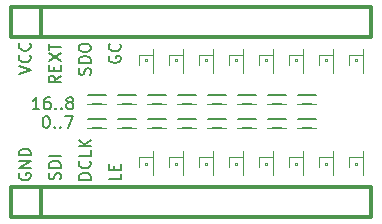
<source format=gto>
G04 (created by PCBNEW (2013-01-27 BZR 3925)-testing) date Tue 29 Jan 2013 05:43:06 PM CET*
%MOIN*%
G04 Gerber Fmt 3.4, Leading zero omitted, Abs format*
%FSLAX34Y34*%
G01*
G70*
G90*
G04 APERTURE LIST*
%ADD10C,2.3622e-06*%
%ADD11C,0.00787402*%
%ADD12C,0.012*%
%ADD13C,0.008*%
%ADD14C,0.0026*%
%ADD15C,0.004*%
%ADD16C,0.002*%
%ADD17R,0.06X0.06*%
%ADD18C,0.06*%
%ADD19R,0.0314X0.0314*%
%ADD20R,0.0472X0.0472*%
G04 APERTURE END LIST*
G54D10*
G54D11*
X55950Y-44909D02*
X55725Y-44909D01*
X55837Y-44909D02*
X55837Y-44515D01*
X55800Y-44571D01*
X55762Y-44609D01*
X55725Y-44628D01*
X56287Y-44515D02*
X56212Y-44515D01*
X56175Y-44534D01*
X56156Y-44553D01*
X56118Y-44609D01*
X56100Y-44684D01*
X56100Y-44834D01*
X56118Y-44871D01*
X56137Y-44890D01*
X56175Y-44909D01*
X56250Y-44909D01*
X56287Y-44890D01*
X56306Y-44871D01*
X56325Y-44834D01*
X56325Y-44740D01*
X56306Y-44703D01*
X56287Y-44684D01*
X56250Y-44665D01*
X56175Y-44665D01*
X56137Y-44684D01*
X56118Y-44703D01*
X56100Y-44740D01*
X56493Y-44871D02*
X56512Y-44890D01*
X56493Y-44909D01*
X56474Y-44890D01*
X56493Y-44871D01*
X56493Y-44909D01*
X56681Y-44871D02*
X56699Y-44890D01*
X56681Y-44909D01*
X56662Y-44890D01*
X56681Y-44871D01*
X56681Y-44909D01*
X56924Y-44684D02*
X56887Y-44665D01*
X56868Y-44646D01*
X56849Y-44609D01*
X56849Y-44590D01*
X56868Y-44553D01*
X56887Y-44534D01*
X56924Y-44515D01*
X56999Y-44515D01*
X57037Y-44534D01*
X57056Y-44553D01*
X57074Y-44590D01*
X57074Y-44609D01*
X57056Y-44646D01*
X57037Y-44665D01*
X56999Y-44684D01*
X56924Y-44684D01*
X56887Y-44703D01*
X56868Y-44721D01*
X56849Y-44759D01*
X56849Y-44834D01*
X56868Y-44871D01*
X56887Y-44890D01*
X56924Y-44909D01*
X56999Y-44909D01*
X57037Y-44890D01*
X57056Y-44871D01*
X57074Y-44834D01*
X57074Y-44759D01*
X57056Y-44721D01*
X57037Y-44703D01*
X56999Y-44684D01*
X56156Y-45145D02*
X56193Y-45145D01*
X56231Y-45164D01*
X56250Y-45183D01*
X56268Y-45220D01*
X56287Y-45295D01*
X56287Y-45389D01*
X56268Y-45464D01*
X56250Y-45501D01*
X56231Y-45520D01*
X56193Y-45539D01*
X56156Y-45539D01*
X56118Y-45520D01*
X56100Y-45501D01*
X56081Y-45464D01*
X56062Y-45389D01*
X56062Y-45295D01*
X56081Y-45220D01*
X56100Y-45183D01*
X56118Y-45164D01*
X56156Y-45145D01*
X56456Y-45501D02*
X56474Y-45520D01*
X56456Y-45539D01*
X56437Y-45520D01*
X56456Y-45501D01*
X56456Y-45539D01*
X56643Y-45501D02*
X56662Y-45520D01*
X56643Y-45539D01*
X56624Y-45520D01*
X56643Y-45501D01*
X56643Y-45539D01*
X56793Y-45145D02*
X57056Y-45145D01*
X56887Y-45539D01*
X58284Y-43143D02*
X58265Y-43181D01*
X58265Y-43237D01*
X58284Y-43293D01*
X58321Y-43331D01*
X58359Y-43349D01*
X58434Y-43368D01*
X58490Y-43368D01*
X58565Y-43349D01*
X58603Y-43331D01*
X58640Y-43293D01*
X58659Y-43237D01*
X58659Y-43199D01*
X58640Y-43143D01*
X58621Y-43124D01*
X58490Y-43124D01*
X58490Y-43199D01*
X58621Y-42731D02*
X58640Y-42750D01*
X58659Y-42806D01*
X58659Y-42843D01*
X58640Y-42900D01*
X58603Y-42937D01*
X58565Y-42956D01*
X58490Y-42975D01*
X58434Y-42975D01*
X58359Y-42956D01*
X58321Y-42937D01*
X58284Y-42900D01*
X58265Y-42843D01*
X58265Y-42806D01*
X58284Y-42750D01*
X58303Y-42731D01*
X57640Y-43765D02*
X57659Y-43709D01*
X57659Y-43615D01*
X57640Y-43578D01*
X57621Y-43559D01*
X57584Y-43540D01*
X57546Y-43540D01*
X57509Y-43559D01*
X57490Y-43578D01*
X57471Y-43615D01*
X57453Y-43690D01*
X57434Y-43728D01*
X57415Y-43746D01*
X57378Y-43765D01*
X57340Y-43765D01*
X57303Y-43746D01*
X57284Y-43728D01*
X57265Y-43690D01*
X57265Y-43596D01*
X57284Y-43540D01*
X57659Y-43371D02*
X57265Y-43371D01*
X57265Y-43278D01*
X57284Y-43221D01*
X57321Y-43184D01*
X57359Y-43165D01*
X57434Y-43146D01*
X57490Y-43146D01*
X57565Y-43165D01*
X57603Y-43184D01*
X57640Y-43221D01*
X57659Y-43278D01*
X57659Y-43371D01*
X57265Y-42903D02*
X57265Y-42828D01*
X57284Y-42790D01*
X57321Y-42753D01*
X57396Y-42734D01*
X57528Y-42734D01*
X57603Y-42753D01*
X57640Y-42790D01*
X57659Y-42828D01*
X57659Y-42903D01*
X57640Y-42940D01*
X57603Y-42978D01*
X57528Y-42996D01*
X57396Y-42996D01*
X57321Y-42978D01*
X57284Y-42940D01*
X57265Y-42903D01*
X56659Y-43793D02*
X56471Y-43924D01*
X56659Y-44018D02*
X56265Y-44018D01*
X56265Y-43868D01*
X56284Y-43831D01*
X56303Y-43812D01*
X56340Y-43793D01*
X56396Y-43793D01*
X56434Y-43812D01*
X56453Y-43831D01*
X56471Y-43868D01*
X56471Y-44018D01*
X56453Y-43624D02*
X56453Y-43493D01*
X56659Y-43437D02*
X56659Y-43624D01*
X56265Y-43624D01*
X56265Y-43437D01*
X56265Y-43306D02*
X56659Y-43043D01*
X56265Y-43043D02*
X56659Y-43306D01*
X56265Y-42950D02*
X56265Y-42725D01*
X56659Y-42837D02*
X56265Y-42837D01*
X58659Y-47056D02*
X58659Y-47243D01*
X58265Y-47243D01*
X58453Y-46925D02*
X58453Y-46793D01*
X58659Y-46737D02*
X58659Y-46925D01*
X58265Y-46925D01*
X58265Y-46737D01*
X57659Y-47256D02*
X57265Y-47256D01*
X57265Y-47162D01*
X57284Y-47106D01*
X57321Y-47068D01*
X57359Y-47049D01*
X57434Y-47031D01*
X57490Y-47031D01*
X57565Y-47049D01*
X57603Y-47068D01*
X57640Y-47106D01*
X57659Y-47162D01*
X57659Y-47256D01*
X57621Y-46637D02*
X57640Y-46656D01*
X57659Y-46712D01*
X57659Y-46749D01*
X57640Y-46806D01*
X57603Y-46843D01*
X57565Y-46862D01*
X57490Y-46881D01*
X57434Y-46881D01*
X57359Y-46862D01*
X57321Y-46843D01*
X57284Y-46806D01*
X57265Y-46749D01*
X57265Y-46712D01*
X57284Y-46656D01*
X57303Y-46637D01*
X57659Y-46281D02*
X57659Y-46468D01*
X57265Y-46468D01*
X57659Y-46150D02*
X57265Y-46150D01*
X57659Y-45925D02*
X57434Y-46093D01*
X57265Y-45925D02*
X57490Y-46150D01*
X56640Y-47253D02*
X56659Y-47196D01*
X56659Y-47103D01*
X56640Y-47065D01*
X56621Y-47046D01*
X56584Y-47028D01*
X56546Y-47028D01*
X56509Y-47046D01*
X56490Y-47065D01*
X56471Y-47103D01*
X56453Y-47178D01*
X56434Y-47215D01*
X56415Y-47234D01*
X56378Y-47253D01*
X56340Y-47253D01*
X56303Y-47234D01*
X56284Y-47215D01*
X56265Y-47178D01*
X56265Y-47084D01*
X56284Y-47028D01*
X56659Y-46859D02*
X56265Y-46859D01*
X56265Y-46765D01*
X56284Y-46709D01*
X56321Y-46671D01*
X56359Y-46653D01*
X56434Y-46634D01*
X56490Y-46634D01*
X56565Y-46653D01*
X56603Y-46671D01*
X56640Y-46709D01*
X56659Y-46765D01*
X56659Y-46859D01*
X56659Y-46465D02*
X56265Y-46465D01*
X55284Y-47049D02*
X55265Y-47087D01*
X55265Y-47143D01*
X55284Y-47199D01*
X55321Y-47237D01*
X55359Y-47256D01*
X55434Y-47274D01*
X55490Y-47274D01*
X55565Y-47256D01*
X55603Y-47237D01*
X55640Y-47199D01*
X55659Y-47143D01*
X55659Y-47106D01*
X55640Y-47049D01*
X55621Y-47031D01*
X55490Y-47031D01*
X55490Y-47106D01*
X55659Y-46862D02*
X55265Y-46862D01*
X55659Y-46637D01*
X55265Y-46637D01*
X55659Y-46450D02*
X55265Y-46450D01*
X55265Y-46356D01*
X55284Y-46300D01*
X55321Y-46262D01*
X55359Y-46243D01*
X55434Y-46225D01*
X55490Y-46225D01*
X55565Y-46243D01*
X55603Y-46262D01*
X55640Y-46300D01*
X55659Y-46356D01*
X55659Y-46450D01*
X55265Y-43724D02*
X55659Y-43593D01*
X55265Y-43462D01*
X55621Y-43106D02*
X55640Y-43125D01*
X55659Y-43181D01*
X55659Y-43218D01*
X55640Y-43274D01*
X55603Y-43312D01*
X55565Y-43331D01*
X55490Y-43349D01*
X55434Y-43349D01*
X55359Y-43331D01*
X55321Y-43312D01*
X55284Y-43274D01*
X55265Y-43218D01*
X55265Y-43181D01*
X55284Y-43125D01*
X55303Y-43106D01*
X55621Y-42712D02*
X55640Y-42731D01*
X55659Y-42787D01*
X55659Y-42825D01*
X55640Y-42881D01*
X55603Y-42918D01*
X55565Y-42937D01*
X55490Y-42956D01*
X55434Y-42956D01*
X55359Y-42937D01*
X55321Y-42918D01*
X55284Y-42881D01*
X55265Y-42825D01*
X55265Y-42787D01*
X55284Y-42731D01*
X55303Y-42712D01*
G54D12*
X55000Y-48500D02*
X55000Y-48500D01*
X55000Y-48500D02*
X55000Y-47500D01*
X55000Y-47500D02*
X65000Y-47500D01*
X65000Y-48500D02*
X55000Y-48500D01*
X56000Y-48500D02*
X56000Y-47500D01*
X65000Y-47500D02*
X66750Y-47500D01*
X66750Y-47500D02*
X67000Y-47500D01*
X67000Y-47500D02*
X67000Y-48500D01*
X67000Y-48500D02*
X65000Y-48500D01*
X55000Y-42500D02*
X55000Y-42500D01*
X55000Y-42500D02*
X55000Y-41500D01*
X55000Y-41500D02*
X65000Y-41500D01*
X65000Y-42500D02*
X55000Y-42500D01*
X56000Y-42500D02*
X56000Y-41500D01*
X65000Y-41500D02*
X66750Y-41500D01*
X66750Y-41500D02*
X67000Y-41500D01*
X67000Y-41500D02*
X67000Y-42500D01*
X67000Y-42500D02*
X65000Y-42500D01*
G54D13*
X57561Y-45250D02*
X58161Y-45250D01*
X58161Y-45250D02*
X58161Y-45550D01*
X58161Y-45550D02*
X57561Y-45550D01*
X57561Y-45550D02*
X57561Y-45250D01*
X57561Y-44450D02*
X58161Y-44450D01*
X58161Y-44450D02*
X58161Y-44750D01*
X58161Y-44750D02*
X57561Y-44750D01*
X57561Y-44750D02*
X57561Y-44450D01*
X58561Y-44450D02*
X59161Y-44450D01*
X59161Y-44450D02*
X59161Y-44750D01*
X59161Y-44750D02*
X58561Y-44750D01*
X58561Y-44750D02*
X58561Y-44450D01*
X59561Y-44450D02*
X60161Y-44450D01*
X60161Y-44450D02*
X60161Y-44750D01*
X60161Y-44750D02*
X59561Y-44750D01*
X59561Y-44750D02*
X59561Y-44450D01*
X60561Y-44450D02*
X61161Y-44450D01*
X61161Y-44450D02*
X61161Y-44750D01*
X61161Y-44750D02*
X60561Y-44750D01*
X60561Y-44750D02*
X60561Y-44450D01*
X62561Y-44450D02*
X63161Y-44450D01*
X63161Y-44450D02*
X63161Y-44750D01*
X63161Y-44750D02*
X62561Y-44750D01*
X62561Y-44750D02*
X62561Y-44450D01*
X61561Y-44450D02*
X62161Y-44450D01*
X62161Y-44450D02*
X62161Y-44750D01*
X62161Y-44750D02*
X61561Y-44750D01*
X61561Y-44750D02*
X61561Y-44450D01*
X63561Y-44450D02*
X64161Y-44450D01*
X64161Y-44450D02*
X64161Y-44750D01*
X64161Y-44750D02*
X63561Y-44750D01*
X63561Y-44750D02*
X63561Y-44450D01*
X64561Y-44450D02*
X65161Y-44450D01*
X65161Y-44450D02*
X65161Y-44750D01*
X65161Y-44750D02*
X64561Y-44750D01*
X64561Y-44750D02*
X64561Y-44450D01*
X64561Y-45250D02*
X65161Y-45250D01*
X65161Y-45250D02*
X65161Y-45550D01*
X65161Y-45550D02*
X64561Y-45550D01*
X64561Y-45550D02*
X64561Y-45250D01*
X63561Y-45250D02*
X64161Y-45250D01*
X64161Y-45250D02*
X64161Y-45550D01*
X64161Y-45550D02*
X63561Y-45550D01*
X63561Y-45550D02*
X63561Y-45250D01*
X62561Y-45250D02*
X63161Y-45250D01*
X63161Y-45250D02*
X63161Y-45550D01*
X63161Y-45550D02*
X62561Y-45550D01*
X62561Y-45550D02*
X62561Y-45250D01*
X61561Y-45250D02*
X62161Y-45250D01*
X62161Y-45250D02*
X62161Y-45550D01*
X62161Y-45550D02*
X61561Y-45550D01*
X61561Y-45550D02*
X61561Y-45250D01*
X59561Y-45250D02*
X60161Y-45250D01*
X60161Y-45250D02*
X60161Y-45550D01*
X60161Y-45550D02*
X59561Y-45550D01*
X59561Y-45550D02*
X59561Y-45250D01*
X60561Y-45250D02*
X61161Y-45250D01*
X61161Y-45250D02*
X61161Y-45550D01*
X61161Y-45550D02*
X60561Y-45550D01*
X60561Y-45550D02*
X60561Y-45250D01*
X58561Y-45250D02*
X59161Y-45250D01*
X59161Y-45250D02*
X59161Y-45550D01*
X59161Y-45550D02*
X58561Y-45550D01*
X58561Y-45550D02*
X58561Y-45250D01*
G54D14*
X61618Y-43104D02*
X61746Y-43104D01*
X61746Y-43104D02*
X61746Y-42907D01*
X61618Y-42907D02*
X61746Y-42907D01*
X61618Y-43104D02*
X61618Y-42907D01*
X61373Y-43104D02*
X61432Y-43104D01*
X61432Y-43104D02*
X61432Y-43005D01*
X61373Y-43005D02*
X61432Y-43005D01*
X61373Y-43104D02*
X61373Y-43005D01*
X61568Y-43104D02*
X61627Y-43104D01*
X61627Y-43104D02*
X61627Y-43005D01*
X61568Y-43005D02*
X61627Y-43005D01*
X61568Y-43104D02*
X61568Y-43005D01*
X61422Y-43104D02*
X61578Y-43104D01*
X61578Y-43104D02*
X61578Y-43035D01*
X61422Y-43035D02*
X61578Y-43035D01*
X61422Y-43104D02*
X61422Y-43035D01*
X61618Y-43693D02*
X61746Y-43693D01*
X61746Y-43693D02*
X61746Y-43496D01*
X61618Y-43496D02*
X61746Y-43496D01*
X61618Y-43693D02*
X61618Y-43496D01*
X61254Y-43693D02*
X61382Y-43693D01*
X61382Y-43693D02*
X61382Y-43496D01*
X61254Y-43496D02*
X61382Y-43496D01*
X61254Y-43693D02*
X61254Y-43496D01*
X61568Y-43595D02*
X61627Y-43595D01*
X61627Y-43595D02*
X61627Y-43496D01*
X61568Y-43496D02*
X61627Y-43496D01*
X61568Y-43595D02*
X61568Y-43496D01*
X61373Y-43595D02*
X61432Y-43595D01*
X61432Y-43595D02*
X61432Y-43496D01*
X61373Y-43496D02*
X61432Y-43496D01*
X61373Y-43595D02*
X61373Y-43496D01*
X61422Y-43565D02*
X61578Y-43565D01*
X61578Y-43565D02*
X61578Y-43496D01*
X61422Y-43496D02*
X61578Y-43496D01*
X61422Y-43565D02*
X61422Y-43496D01*
X61461Y-43300D02*
X61539Y-43300D01*
X61539Y-43300D02*
X61539Y-43222D01*
X61461Y-43222D02*
X61539Y-43222D01*
X61461Y-43300D02*
X61461Y-43222D01*
X61264Y-43104D02*
X61382Y-43104D01*
X61382Y-43104D02*
X61382Y-42986D01*
X61264Y-42986D02*
X61382Y-42986D01*
X61264Y-43104D02*
X61264Y-42986D01*
X61254Y-42936D02*
X61343Y-42936D01*
X61343Y-42936D02*
X61343Y-42907D01*
X61254Y-42907D02*
X61343Y-42907D01*
X61254Y-42936D02*
X61254Y-42907D01*
G54D15*
X61726Y-43094D02*
X61726Y-43506D01*
X61274Y-43496D02*
X61274Y-42936D01*
G54D16*
X61351Y-42966D02*
G75*
G03X61351Y-42966I-28J0D01*
G74*
G01*
G54D15*
X61363Y-42907D02*
G75*
G03X61637Y-42907I137J0D01*
G74*
G01*
X61637Y-43693D02*
G75*
G03X61363Y-43693I-137J0D01*
G74*
G01*
G54D14*
X60382Y-46896D02*
X60254Y-46896D01*
X60254Y-46896D02*
X60254Y-47093D01*
X60382Y-47093D02*
X60254Y-47093D01*
X60382Y-46896D02*
X60382Y-47093D01*
X60627Y-46896D02*
X60568Y-46896D01*
X60568Y-46896D02*
X60568Y-46995D01*
X60627Y-46995D02*
X60568Y-46995D01*
X60627Y-46896D02*
X60627Y-46995D01*
X60432Y-46896D02*
X60373Y-46896D01*
X60373Y-46896D02*
X60373Y-46995D01*
X60432Y-46995D02*
X60373Y-46995D01*
X60432Y-46896D02*
X60432Y-46995D01*
X60578Y-46896D02*
X60422Y-46896D01*
X60422Y-46896D02*
X60422Y-46965D01*
X60578Y-46965D02*
X60422Y-46965D01*
X60578Y-46896D02*
X60578Y-46965D01*
X60382Y-46307D02*
X60254Y-46307D01*
X60254Y-46307D02*
X60254Y-46504D01*
X60382Y-46504D02*
X60254Y-46504D01*
X60382Y-46307D02*
X60382Y-46504D01*
X60746Y-46307D02*
X60618Y-46307D01*
X60618Y-46307D02*
X60618Y-46504D01*
X60746Y-46504D02*
X60618Y-46504D01*
X60746Y-46307D02*
X60746Y-46504D01*
X60432Y-46405D02*
X60373Y-46405D01*
X60373Y-46405D02*
X60373Y-46504D01*
X60432Y-46504D02*
X60373Y-46504D01*
X60432Y-46405D02*
X60432Y-46504D01*
X60627Y-46405D02*
X60568Y-46405D01*
X60568Y-46405D02*
X60568Y-46504D01*
X60627Y-46504D02*
X60568Y-46504D01*
X60627Y-46405D02*
X60627Y-46504D01*
X60578Y-46435D02*
X60422Y-46435D01*
X60422Y-46435D02*
X60422Y-46504D01*
X60578Y-46504D02*
X60422Y-46504D01*
X60578Y-46435D02*
X60578Y-46504D01*
X60539Y-46700D02*
X60461Y-46700D01*
X60461Y-46700D02*
X60461Y-46778D01*
X60539Y-46778D02*
X60461Y-46778D01*
X60539Y-46700D02*
X60539Y-46778D01*
X60736Y-46896D02*
X60618Y-46896D01*
X60618Y-46896D02*
X60618Y-47014D01*
X60736Y-47014D02*
X60618Y-47014D01*
X60736Y-46896D02*
X60736Y-47014D01*
X60746Y-47064D02*
X60657Y-47064D01*
X60657Y-47064D02*
X60657Y-47093D01*
X60746Y-47093D02*
X60657Y-47093D01*
X60746Y-47064D02*
X60746Y-47093D01*
G54D15*
X60274Y-46906D02*
X60274Y-46494D01*
X60726Y-46504D02*
X60726Y-47064D01*
G54D16*
X60705Y-47034D02*
G75*
G03X60705Y-47034I-28J0D01*
G74*
G01*
G54D15*
X60637Y-47093D02*
G75*
G03X60363Y-47093I-137J0D01*
G74*
G01*
X60363Y-46307D02*
G75*
G03X60637Y-46307I137J0D01*
G74*
G01*
G54D14*
X62618Y-43104D02*
X62746Y-43104D01*
X62746Y-43104D02*
X62746Y-42907D01*
X62618Y-42907D02*
X62746Y-42907D01*
X62618Y-43104D02*
X62618Y-42907D01*
X62373Y-43104D02*
X62432Y-43104D01*
X62432Y-43104D02*
X62432Y-43005D01*
X62373Y-43005D02*
X62432Y-43005D01*
X62373Y-43104D02*
X62373Y-43005D01*
X62568Y-43104D02*
X62627Y-43104D01*
X62627Y-43104D02*
X62627Y-43005D01*
X62568Y-43005D02*
X62627Y-43005D01*
X62568Y-43104D02*
X62568Y-43005D01*
X62422Y-43104D02*
X62578Y-43104D01*
X62578Y-43104D02*
X62578Y-43035D01*
X62422Y-43035D02*
X62578Y-43035D01*
X62422Y-43104D02*
X62422Y-43035D01*
X62618Y-43693D02*
X62746Y-43693D01*
X62746Y-43693D02*
X62746Y-43496D01*
X62618Y-43496D02*
X62746Y-43496D01*
X62618Y-43693D02*
X62618Y-43496D01*
X62254Y-43693D02*
X62382Y-43693D01*
X62382Y-43693D02*
X62382Y-43496D01*
X62254Y-43496D02*
X62382Y-43496D01*
X62254Y-43693D02*
X62254Y-43496D01*
X62568Y-43595D02*
X62627Y-43595D01*
X62627Y-43595D02*
X62627Y-43496D01*
X62568Y-43496D02*
X62627Y-43496D01*
X62568Y-43595D02*
X62568Y-43496D01*
X62373Y-43595D02*
X62432Y-43595D01*
X62432Y-43595D02*
X62432Y-43496D01*
X62373Y-43496D02*
X62432Y-43496D01*
X62373Y-43595D02*
X62373Y-43496D01*
X62422Y-43565D02*
X62578Y-43565D01*
X62578Y-43565D02*
X62578Y-43496D01*
X62422Y-43496D02*
X62578Y-43496D01*
X62422Y-43565D02*
X62422Y-43496D01*
X62461Y-43300D02*
X62539Y-43300D01*
X62539Y-43300D02*
X62539Y-43222D01*
X62461Y-43222D02*
X62539Y-43222D01*
X62461Y-43300D02*
X62461Y-43222D01*
X62264Y-43104D02*
X62382Y-43104D01*
X62382Y-43104D02*
X62382Y-42986D01*
X62264Y-42986D02*
X62382Y-42986D01*
X62264Y-43104D02*
X62264Y-42986D01*
X62254Y-42936D02*
X62343Y-42936D01*
X62343Y-42936D02*
X62343Y-42907D01*
X62254Y-42907D02*
X62343Y-42907D01*
X62254Y-42936D02*
X62254Y-42907D01*
G54D15*
X62726Y-43094D02*
X62726Y-43506D01*
X62274Y-43496D02*
X62274Y-42936D01*
G54D16*
X62351Y-42966D02*
G75*
G03X62351Y-42966I-28J0D01*
G74*
G01*
G54D15*
X62363Y-42907D02*
G75*
G03X62637Y-42907I137J0D01*
G74*
G01*
X62637Y-43693D02*
G75*
G03X62363Y-43693I-137J0D01*
G74*
G01*
G54D14*
X59618Y-43104D02*
X59746Y-43104D01*
X59746Y-43104D02*
X59746Y-42907D01*
X59618Y-42907D02*
X59746Y-42907D01*
X59618Y-43104D02*
X59618Y-42907D01*
X59373Y-43104D02*
X59432Y-43104D01*
X59432Y-43104D02*
X59432Y-43005D01*
X59373Y-43005D02*
X59432Y-43005D01*
X59373Y-43104D02*
X59373Y-43005D01*
X59568Y-43104D02*
X59627Y-43104D01*
X59627Y-43104D02*
X59627Y-43005D01*
X59568Y-43005D02*
X59627Y-43005D01*
X59568Y-43104D02*
X59568Y-43005D01*
X59422Y-43104D02*
X59578Y-43104D01*
X59578Y-43104D02*
X59578Y-43035D01*
X59422Y-43035D02*
X59578Y-43035D01*
X59422Y-43104D02*
X59422Y-43035D01*
X59618Y-43693D02*
X59746Y-43693D01*
X59746Y-43693D02*
X59746Y-43496D01*
X59618Y-43496D02*
X59746Y-43496D01*
X59618Y-43693D02*
X59618Y-43496D01*
X59254Y-43693D02*
X59382Y-43693D01*
X59382Y-43693D02*
X59382Y-43496D01*
X59254Y-43496D02*
X59382Y-43496D01*
X59254Y-43693D02*
X59254Y-43496D01*
X59568Y-43595D02*
X59627Y-43595D01*
X59627Y-43595D02*
X59627Y-43496D01*
X59568Y-43496D02*
X59627Y-43496D01*
X59568Y-43595D02*
X59568Y-43496D01*
X59373Y-43595D02*
X59432Y-43595D01*
X59432Y-43595D02*
X59432Y-43496D01*
X59373Y-43496D02*
X59432Y-43496D01*
X59373Y-43595D02*
X59373Y-43496D01*
X59422Y-43565D02*
X59578Y-43565D01*
X59578Y-43565D02*
X59578Y-43496D01*
X59422Y-43496D02*
X59578Y-43496D01*
X59422Y-43565D02*
X59422Y-43496D01*
X59461Y-43300D02*
X59539Y-43300D01*
X59539Y-43300D02*
X59539Y-43222D01*
X59461Y-43222D02*
X59539Y-43222D01*
X59461Y-43300D02*
X59461Y-43222D01*
X59264Y-43104D02*
X59382Y-43104D01*
X59382Y-43104D02*
X59382Y-42986D01*
X59264Y-42986D02*
X59382Y-42986D01*
X59264Y-43104D02*
X59264Y-42986D01*
X59254Y-42936D02*
X59343Y-42936D01*
X59343Y-42936D02*
X59343Y-42907D01*
X59254Y-42907D02*
X59343Y-42907D01*
X59254Y-42936D02*
X59254Y-42907D01*
G54D15*
X59726Y-43094D02*
X59726Y-43506D01*
X59274Y-43496D02*
X59274Y-42936D01*
G54D16*
X59351Y-42966D02*
G75*
G03X59351Y-42966I-28J0D01*
G74*
G01*
G54D15*
X59363Y-42907D02*
G75*
G03X59637Y-42907I137J0D01*
G74*
G01*
X59637Y-43693D02*
G75*
G03X59363Y-43693I-137J0D01*
G74*
G01*
G54D14*
X60618Y-43104D02*
X60746Y-43104D01*
X60746Y-43104D02*
X60746Y-42907D01*
X60618Y-42907D02*
X60746Y-42907D01*
X60618Y-43104D02*
X60618Y-42907D01*
X60373Y-43104D02*
X60432Y-43104D01*
X60432Y-43104D02*
X60432Y-43005D01*
X60373Y-43005D02*
X60432Y-43005D01*
X60373Y-43104D02*
X60373Y-43005D01*
X60568Y-43104D02*
X60627Y-43104D01*
X60627Y-43104D02*
X60627Y-43005D01*
X60568Y-43005D02*
X60627Y-43005D01*
X60568Y-43104D02*
X60568Y-43005D01*
X60422Y-43104D02*
X60578Y-43104D01*
X60578Y-43104D02*
X60578Y-43035D01*
X60422Y-43035D02*
X60578Y-43035D01*
X60422Y-43104D02*
X60422Y-43035D01*
X60618Y-43693D02*
X60746Y-43693D01*
X60746Y-43693D02*
X60746Y-43496D01*
X60618Y-43496D02*
X60746Y-43496D01*
X60618Y-43693D02*
X60618Y-43496D01*
X60254Y-43693D02*
X60382Y-43693D01*
X60382Y-43693D02*
X60382Y-43496D01*
X60254Y-43496D02*
X60382Y-43496D01*
X60254Y-43693D02*
X60254Y-43496D01*
X60568Y-43595D02*
X60627Y-43595D01*
X60627Y-43595D02*
X60627Y-43496D01*
X60568Y-43496D02*
X60627Y-43496D01*
X60568Y-43595D02*
X60568Y-43496D01*
X60373Y-43595D02*
X60432Y-43595D01*
X60432Y-43595D02*
X60432Y-43496D01*
X60373Y-43496D02*
X60432Y-43496D01*
X60373Y-43595D02*
X60373Y-43496D01*
X60422Y-43565D02*
X60578Y-43565D01*
X60578Y-43565D02*
X60578Y-43496D01*
X60422Y-43496D02*
X60578Y-43496D01*
X60422Y-43565D02*
X60422Y-43496D01*
X60461Y-43300D02*
X60539Y-43300D01*
X60539Y-43300D02*
X60539Y-43222D01*
X60461Y-43222D02*
X60539Y-43222D01*
X60461Y-43300D02*
X60461Y-43222D01*
X60264Y-43104D02*
X60382Y-43104D01*
X60382Y-43104D02*
X60382Y-42986D01*
X60264Y-42986D02*
X60382Y-42986D01*
X60264Y-43104D02*
X60264Y-42986D01*
X60254Y-42936D02*
X60343Y-42936D01*
X60343Y-42936D02*
X60343Y-42907D01*
X60254Y-42907D02*
X60343Y-42907D01*
X60254Y-42936D02*
X60254Y-42907D01*
G54D15*
X60726Y-43094D02*
X60726Y-43506D01*
X60274Y-43496D02*
X60274Y-42936D01*
G54D16*
X60351Y-42966D02*
G75*
G03X60351Y-42966I-28J0D01*
G74*
G01*
G54D15*
X60363Y-42907D02*
G75*
G03X60637Y-42907I137J0D01*
G74*
G01*
X60637Y-43693D02*
G75*
G03X60363Y-43693I-137J0D01*
G74*
G01*
G54D14*
X63618Y-43104D02*
X63746Y-43104D01*
X63746Y-43104D02*
X63746Y-42907D01*
X63618Y-42907D02*
X63746Y-42907D01*
X63618Y-43104D02*
X63618Y-42907D01*
X63373Y-43104D02*
X63432Y-43104D01*
X63432Y-43104D02*
X63432Y-43005D01*
X63373Y-43005D02*
X63432Y-43005D01*
X63373Y-43104D02*
X63373Y-43005D01*
X63568Y-43104D02*
X63627Y-43104D01*
X63627Y-43104D02*
X63627Y-43005D01*
X63568Y-43005D02*
X63627Y-43005D01*
X63568Y-43104D02*
X63568Y-43005D01*
X63422Y-43104D02*
X63578Y-43104D01*
X63578Y-43104D02*
X63578Y-43035D01*
X63422Y-43035D02*
X63578Y-43035D01*
X63422Y-43104D02*
X63422Y-43035D01*
X63618Y-43693D02*
X63746Y-43693D01*
X63746Y-43693D02*
X63746Y-43496D01*
X63618Y-43496D02*
X63746Y-43496D01*
X63618Y-43693D02*
X63618Y-43496D01*
X63254Y-43693D02*
X63382Y-43693D01*
X63382Y-43693D02*
X63382Y-43496D01*
X63254Y-43496D02*
X63382Y-43496D01*
X63254Y-43693D02*
X63254Y-43496D01*
X63568Y-43595D02*
X63627Y-43595D01*
X63627Y-43595D02*
X63627Y-43496D01*
X63568Y-43496D02*
X63627Y-43496D01*
X63568Y-43595D02*
X63568Y-43496D01*
X63373Y-43595D02*
X63432Y-43595D01*
X63432Y-43595D02*
X63432Y-43496D01*
X63373Y-43496D02*
X63432Y-43496D01*
X63373Y-43595D02*
X63373Y-43496D01*
X63422Y-43565D02*
X63578Y-43565D01*
X63578Y-43565D02*
X63578Y-43496D01*
X63422Y-43496D02*
X63578Y-43496D01*
X63422Y-43565D02*
X63422Y-43496D01*
X63461Y-43300D02*
X63539Y-43300D01*
X63539Y-43300D02*
X63539Y-43222D01*
X63461Y-43222D02*
X63539Y-43222D01*
X63461Y-43300D02*
X63461Y-43222D01*
X63264Y-43104D02*
X63382Y-43104D01*
X63382Y-43104D02*
X63382Y-42986D01*
X63264Y-42986D02*
X63382Y-42986D01*
X63264Y-43104D02*
X63264Y-42986D01*
X63254Y-42936D02*
X63343Y-42936D01*
X63343Y-42936D02*
X63343Y-42907D01*
X63254Y-42907D02*
X63343Y-42907D01*
X63254Y-42936D02*
X63254Y-42907D01*
G54D15*
X63726Y-43094D02*
X63726Y-43506D01*
X63274Y-43496D02*
X63274Y-42936D01*
G54D16*
X63351Y-42966D02*
G75*
G03X63351Y-42966I-28J0D01*
G74*
G01*
G54D15*
X63363Y-42907D02*
G75*
G03X63637Y-42907I137J0D01*
G74*
G01*
X63637Y-43693D02*
G75*
G03X63363Y-43693I-137J0D01*
G74*
G01*
G54D14*
X64618Y-43104D02*
X64746Y-43104D01*
X64746Y-43104D02*
X64746Y-42907D01*
X64618Y-42907D02*
X64746Y-42907D01*
X64618Y-43104D02*
X64618Y-42907D01*
X64373Y-43104D02*
X64432Y-43104D01*
X64432Y-43104D02*
X64432Y-43005D01*
X64373Y-43005D02*
X64432Y-43005D01*
X64373Y-43104D02*
X64373Y-43005D01*
X64568Y-43104D02*
X64627Y-43104D01*
X64627Y-43104D02*
X64627Y-43005D01*
X64568Y-43005D02*
X64627Y-43005D01*
X64568Y-43104D02*
X64568Y-43005D01*
X64422Y-43104D02*
X64578Y-43104D01*
X64578Y-43104D02*
X64578Y-43035D01*
X64422Y-43035D02*
X64578Y-43035D01*
X64422Y-43104D02*
X64422Y-43035D01*
X64618Y-43693D02*
X64746Y-43693D01*
X64746Y-43693D02*
X64746Y-43496D01*
X64618Y-43496D02*
X64746Y-43496D01*
X64618Y-43693D02*
X64618Y-43496D01*
X64254Y-43693D02*
X64382Y-43693D01*
X64382Y-43693D02*
X64382Y-43496D01*
X64254Y-43496D02*
X64382Y-43496D01*
X64254Y-43693D02*
X64254Y-43496D01*
X64568Y-43595D02*
X64627Y-43595D01*
X64627Y-43595D02*
X64627Y-43496D01*
X64568Y-43496D02*
X64627Y-43496D01*
X64568Y-43595D02*
X64568Y-43496D01*
X64373Y-43595D02*
X64432Y-43595D01*
X64432Y-43595D02*
X64432Y-43496D01*
X64373Y-43496D02*
X64432Y-43496D01*
X64373Y-43595D02*
X64373Y-43496D01*
X64422Y-43565D02*
X64578Y-43565D01*
X64578Y-43565D02*
X64578Y-43496D01*
X64422Y-43496D02*
X64578Y-43496D01*
X64422Y-43565D02*
X64422Y-43496D01*
X64461Y-43300D02*
X64539Y-43300D01*
X64539Y-43300D02*
X64539Y-43222D01*
X64461Y-43222D02*
X64539Y-43222D01*
X64461Y-43300D02*
X64461Y-43222D01*
X64264Y-43104D02*
X64382Y-43104D01*
X64382Y-43104D02*
X64382Y-42986D01*
X64264Y-42986D02*
X64382Y-42986D01*
X64264Y-43104D02*
X64264Y-42986D01*
X64254Y-42936D02*
X64343Y-42936D01*
X64343Y-42936D02*
X64343Y-42907D01*
X64254Y-42907D02*
X64343Y-42907D01*
X64254Y-42936D02*
X64254Y-42907D01*
G54D15*
X64726Y-43094D02*
X64726Y-43506D01*
X64274Y-43496D02*
X64274Y-42936D01*
G54D16*
X64351Y-42966D02*
G75*
G03X64351Y-42966I-28J0D01*
G74*
G01*
G54D15*
X64363Y-42907D02*
G75*
G03X64637Y-42907I137J0D01*
G74*
G01*
X64637Y-43693D02*
G75*
G03X64363Y-43693I-137J0D01*
G74*
G01*
G54D14*
X65618Y-43104D02*
X65746Y-43104D01*
X65746Y-43104D02*
X65746Y-42907D01*
X65618Y-42907D02*
X65746Y-42907D01*
X65618Y-43104D02*
X65618Y-42907D01*
X65373Y-43104D02*
X65432Y-43104D01*
X65432Y-43104D02*
X65432Y-43005D01*
X65373Y-43005D02*
X65432Y-43005D01*
X65373Y-43104D02*
X65373Y-43005D01*
X65568Y-43104D02*
X65627Y-43104D01*
X65627Y-43104D02*
X65627Y-43005D01*
X65568Y-43005D02*
X65627Y-43005D01*
X65568Y-43104D02*
X65568Y-43005D01*
X65422Y-43104D02*
X65578Y-43104D01*
X65578Y-43104D02*
X65578Y-43035D01*
X65422Y-43035D02*
X65578Y-43035D01*
X65422Y-43104D02*
X65422Y-43035D01*
X65618Y-43693D02*
X65746Y-43693D01*
X65746Y-43693D02*
X65746Y-43496D01*
X65618Y-43496D02*
X65746Y-43496D01*
X65618Y-43693D02*
X65618Y-43496D01*
X65254Y-43693D02*
X65382Y-43693D01*
X65382Y-43693D02*
X65382Y-43496D01*
X65254Y-43496D02*
X65382Y-43496D01*
X65254Y-43693D02*
X65254Y-43496D01*
X65568Y-43595D02*
X65627Y-43595D01*
X65627Y-43595D02*
X65627Y-43496D01*
X65568Y-43496D02*
X65627Y-43496D01*
X65568Y-43595D02*
X65568Y-43496D01*
X65373Y-43595D02*
X65432Y-43595D01*
X65432Y-43595D02*
X65432Y-43496D01*
X65373Y-43496D02*
X65432Y-43496D01*
X65373Y-43595D02*
X65373Y-43496D01*
X65422Y-43565D02*
X65578Y-43565D01*
X65578Y-43565D02*
X65578Y-43496D01*
X65422Y-43496D02*
X65578Y-43496D01*
X65422Y-43565D02*
X65422Y-43496D01*
X65461Y-43300D02*
X65539Y-43300D01*
X65539Y-43300D02*
X65539Y-43222D01*
X65461Y-43222D02*
X65539Y-43222D01*
X65461Y-43300D02*
X65461Y-43222D01*
X65264Y-43104D02*
X65382Y-43104D01*
X65382Y-43104D02*
X65382Y-42986D01*
X65264Y-42986D02*
X65382Y-42986D01*
X65264Y-43104D02*
X65264Y-42986D01*
X65254Y-42936D02*
X65343Y-42936D01*
X65343Y-42936D02*
X65343Y-42907D01*
X65254Y-42907D02*
X65343Y-42907D01*
X65254Y-42936D02*
X65254Y-42907D01*
G54D15*
X65726Y-43094D02*
X65726Y-43506D01*
X65274Y-43496D02*
X65274Y-42936D01*
G54D16*
X65351Y-42966D02*
G75*
G03X65351Y-42966I-28J0D01*
G74*
G01*
G54D15*
X65363Y-42907D02*
G75*
G03X65637Y-42907I137J0D01*
G74*
G01*
X65637Y-43693D02*
G75*
G03X65363Y-43693I-137J0D01*
G74*
G01*
G54D14*
X66618Y-43104D02*
X66746Y-43104D01*
X66746Y-43104D02*
X66746Y-42907D01*
X66618Y-42907D02*
X66746Y-42907D01*
X66618Y-43104D02*
X66618Y-42907D01*
X66373Y-43104D02*
X66432Y-43104D01*
X66432Y-43104D02*
X66432Y-43005D01*
X66373Y-43005D02*
X66432Y-43005D01*
X66373Y-43104D02*
X66373Y-43005D01*
X66568Y-43104D02*
X66627Y-43104D01*
X66627Y-43104D02*
X66627Y-43005D01*
X66568Y-43005D02*
X66627Y-43005D01*
X66568Y-43104D02*
X66568Y-43005D01*
X66422Y-43104D02*
X66578Y-43104D01*
X66578Y-43104D02*
X66578Y-43035D01*
X66422Y-43035D02*
X66578Y-43035D01*
X66422Y-43104D02*
X66422Y-43035D01*
X66618Y-43693D02*
X66746Y-43693D01*
X66746Y-43693D02*
X66746Y-43496D01*
X66618Y-43496D02*
X66746Y-43496D01*
X66618Y-43693D02*
X66618Y-43496D01*
X66254Y-43693D02*
X66382Y-43693D01*
X66382Y-43693D02*
X66382Y-43496D01*
X66254Y-43496D02*
X66382Y-43496D01*
X66254Y-43693D02*
X66254Y-43496D01*
X66568Y-43595D02*
X66627Y-43595D01*
X66627Y-43595D02*
X66627Y-43496D01*
X66568Y-43496D02*
X66627Y-43496D01*
X66568Y-43595D02*
X66568Y-43496D01*
X66373Y-43595D02*
X66432Y-43595D01*
X66432Y-43595D02*
X66432Y-43496D01*
X66373Y-43496D02*
X66432Y-43496D01*
X66373Y-43595D02*
X66373Y-43496D01*
X66422Y-43565D02*
X66578Y-43565D01*
X66578Y-43565D02*
X66578Y-43496D01*
X66422Y-43496D02*
X66578Y-43496D01*
X66422Y-43565D02*
X66422Y-43496D01*
X66461Y-43300D02*
X66539Y-43300D01*
X66539Y-43300D02*
X66539Y-43222D01*
X66461Y-43222D02*
X66539Y-43222D01*
X66461Y-43300D02*
X66461Y-43222D01*
X66264Y-43104D02*
X66382Y-43104D01*
X66382Y-43104D02*
X66382Y-42986D01*
X66264Y-42986D02*
X66382Y-42986D01*
X66264Y-43104D02*
X66264Y-42986D01*
X66254Y-42936D02*
X66343Y-42936D01*
X66343Y-42936D02*
X66343Y-42907D01*
X66254Y-42907D02*
X66343Y-42907D01*
X66254Y-42936D02*
X66254Y-42907D01*
G54D15*
X66726Y-43094D02*
X66726Y-43506D01*
X66274Y-43496D02*
X66274Y-42936D01*
G54D16*
X66351Y-42966D02*
G75*
G03X66351Y-42966I-28J0D01*
G74*
G01*
G54D15*
X66363Y-42907D02*
G75*
G03X66637Y-42907I137J0D01*
G74*
G01*
X66637Y-43693D02*
G75*
G03X66363Y-43693I-137J0D01*
G74*
G01*
G54D14*
X59382Y-46896D02*
X59254Y-46896D01*
X59254Y-46896D02*
X59254Y-47093D01*
X59382Y-47093D02*
X59254Y-47093D01*
X59382Y-46896D02*
X59382Y-47093D01*
X59627Y-46896D02*
X59568Y-46896D01*
X59568Y-46896D02*
X59568Y-46995D01*
X59627Y-46995D02*
X59568Y-46995D01*
X59627Y-46896D02*
X59627Y-46995D01*
X59432Y-46896D02*
X59373Y-46896D01*
X59373Y-46896D02*
X59373Y-46995D01*
X59432Y-46995D02*
X59373Y-46995D01*
X59432Y-46896D02*
X59432Y-46995D01*
X59578Y-46896D02*
X59422Y-46896D01*
X59422Y-46896D02*
X59422Y-46965D01*
X59578Y-46965D02*
X59422Y-46965D01*
X59578Y-46896D02*
X59578Y-46965D01*
X59382Y-46307D02*
X59254Y-46307D01*
X59254Y-46307D02*
X59254Y-46504D01*
X59382Y-46504D02*
X59254Y-46504D01*
X59382Y-46307D02*
X59382Y-46504D01*
X59746Y-46307D02*
X59618Y-46307D01*
X59618Y-46307D02*
X59618Y-46504D01*
X59746Y-46504D02*
X59618Y-46504D01*
X59746Y-46307D02*
X59746Y-46504D01*
X59432Y-46405D02*
X59373Y-46405D01*
X59373Y-46405D02*
X59373Y-46504D01*
X59432Y-46504D02*
X59373Y-46504D01*
X59432Y-46405D02*
X59432Y-46504D01*
X59627Y-46405D02*
X59568Y-46405D01*
X59568Y-46405D02*
X59568Y-46504D01*
X59627Y-46504D02*
X59568Y-46504D01*
X59627Y-46405D02*
X59627Y-46504D01*
X59578Y-46435D02*
X59422Y-46435D01*
X59422Y-46435D02*
X59422Y-46504D01*
X59578Y-46504D02*
X59422Y-46504D01*
X59578Y-46435D02*
X59578Y-46504D01*
X59539Y-46700D02*
X59461Y-46700D01*
X59461Y-46700D02*
X59461Y-46778D01*
X59539Y-46778D02*
X59461Y-46778D01*
X59539Y-46700D02*
X59539Y-46778D01*
X59736Y-46896D02*
X59618Y-46896D01*
X59618Y-46896D02*
X59618Y-47014D01*
X59736Y-47014D02*
X59618Y-47014D01*
X59736Y-46896D02*
X59736Y-47014D01*
X59746Y-47064D02*
X59657Y-47064D01*
X59657Y-47064D02*
X59657Y-47093D01*
X59746Y-47093D02*
X59657Y-47093D01*
X59746Y-47064D02*
X59746Y-47093D01*
G54D15*
X59274Y-46906D02*
X59274Y-46494D01*
X59726Y-46504D02*
X59726Y-47064D01*
G54D16*
X59705Y-47034D02*
G75*
G03X59705Y-47034I-28J0D01*
G74*
G01*
G54D15*
X59637Y-47093D02*
G75*
G03X59363Y-47093I-137J0D01*
G74*
G01*
X59363Y-46307D02*
G75*
G03X59637Y-46307I137J0D01*
G74*
G01*
G54D14*
X64382Y-46896D02*
X64254Y-46896D01*
X64254Y-46896D02*
X64254Y-47093D01*
X64382Y-47093D02*
X64254Y-47093D01*
X64382Y-46896D02*
X64382Y-47093D01*
X64627Y-46896D02*
X64568Y-46896D01*
X64568Y-46896D02*
X64568Y-46995D01*
X64627Y-46995D02*
X64568Y-46995D01*
X64627Y-46896D02*
X64627Y-46995D01*
X64432Y-46896D02*
X64373Y-46896D01*
X64373Y-46896D02*
X64373Y-46995D01*
X64432Y-46995D02*
X64373Y-46995D01*
X64432Y-46896D02*
X64432Y-46995D01*
X64578Y-46896D02*
X64422Y-46896D01*
X64422Y-46896D02*
X64422Y-46965D01*
X64578Y-46965D02*
X64422Y-46965D01*
X64578Y-46896D02*
X64578Y-46965D01*
X64382Y-46307D02*
X64254Y-46307D01*
X64254Y-46307D02*
X64254Y-46504D01*
X64382Y-46504D02*
X64254Y-46504D01*
X64382Y-46307D02*
X64382Y-46504D01*
X64746Y-46307D02*
X64618Y-46307D01*
X64618Y-46307D02*
X64618Y-46504D01*
X64746Y-46504D02*
X64618Y-46504D01*
X64746Y-46307D02*
X64746Y-46504D01*
X64432Y-46405D02*
X64373Y-46405D01*
X64373Y-46405D02*
X64373Y-46504D01*
X64432Y-46504D02*
X64373Y-46504D01*
X64432Y-46405D02*
X64432Y-46504D01*
X64627Y-46405D02*
X64568Y-46405D01*
X64568Y-46405D02*
X64568Y-46504D01*
X64627Y-46504D02*
X64568Y-46504D01*
X64627Y-46405D02*
X64627Y-46504D01*
X64578Y-46435D02*
X64422Y-46435D01*
X64422Y-46435D02*
X64422Y-46504D01*
X64578Y-46504D02*
X64422Y-46504D01*
X64578Y-46435D02*
X64578Y-46504D01*
X64539Y-46700D02*
X64461Y-46700D01*
X64461Y-46700D02*
X64461Y-46778D01*
X64539Y-46778D02*
X64461Y-46778D01*
X64539Y-46700D02*
X64539Y-46778D01*
X64736Y-46896D02*
X64618Y-46896D01*
X64618Y-46896D02*
X64618Y-47014D01*
X64736Y-47014D02*
X64618Y-47014D01*
X64736Y-46896D02*
X64736Y-47014D01*
X64746Y-47064D02*
X64657Y-47064D01*
X64657Y-47064D02*
X64657Y-47093D01*
X64746Y-47093D02*
X64657Y-47093D01*
X64746Y-47064D02*
X64746Y-47093D01*
G54D15*
X64274Y-46906D02*
X64274Y-46494D01*
X64726Y-46504D02*
X64726Y-47064D01*
G54D16*
X64705Y-47034D02*
G75*
G03X64705Y-47034I-28J0D01*
G74*
G01*
G54D15*
X64637Y-47093D02*
G75*
G03X64363Y-47093I-137J0D01*
G74*
G01*
X64363Y-46307D02*
G75*
G03X64637Y-46307I137J0D01*
G74*
G01*
G54D14*
X63382Y-46896D02*
X63254Y-46896D01*
X63254Y-46896D02*
X63254Y-47093D01*
X63382Y-47093D02*
X63254Y-47093D01*
X63382Y-46896D02*
X63382Y-47093D01*
X63627Y-46896D02*
X63568Y-46896D01*
X63568Y-46896D02*
X63568Y-46995D01*
X63627Y-46995D02*
X63568Y-46995D01*
X63627Y-46896D02*
X63627Y-46995D01*
X63432Y-46896D02*
X63373Y-46896D01*
X63373Y-46896D02*
X63373Y-46995D01*
X63432Y-46995D02*
X63373Y-46995D01*
X63432Y-46896D02*
X63432Y-46995D01*
X63578Y-46896D02*
X63422Y-46896D01*
X63422Y-46896D02*
X63422Y-46965D01*
X63578Y-46965D02*
X63422Y-46965D01*
X63578Y-46896D02*
X63578Y-46965D01*
X63382Y-46307D02*
X63254Y-46307D01*
X63254Y-46307D02*
X63254Y-46504D01*
X63382Y-46504D02*
X63254Y-46504D01*
X63382Y-46307D02*
X63382Y-46504D01*
X63746Y-46307D02*
X63618Y-46307D01*
X63618Y-46307D02*
X63618Y-46504D01*
X63746Y-46504D02*
X63618Y-46504D01*
X63746Y-46307D02*
X63746Y-46504D01*
X63432Y-46405D02*
X63373Y-46405D01*
X63373Y-46405D02*
X63373Y-46504D01*
X63432Y-46504D02*
X63373Y-46504D01*
X63432Y-46405D02*
X63432Y-46504D01*
X63627Y-46405D02*
X63568Y-46405D01*
X63568Y-46405D02*
X63568Y-46504D01*
X63627Y-46504D02*
X63568Y-46504D01*
X63627Y-46405D02*
X63627Y-46504D01*
X63578Y-46435D02*
X63422Y-46435D01*
X63422Y-46435D02*
X63422Y-46504D01*
X63578Y-46504D02*
X63422Y-46504D01*
X63578Y-46435D02*
X63578Y-46504D01*
X63539Y-46700D02*
X63461Y-46700D01*
X63461Y-46700D02*
X63461Y-46778D01*
X63539Y-46778D02*
X63461Y-46778D01*
X63539Y-46700D02*
X63539Y-46778D01*
X63736Y-46896D02*
X63618Y-46896D01*
X63618Y-46896D02*
X63618Y-47014D01*
X63736Y-47014D02*
X63618Y-47014D01*
X63736Y-46896D02*
X63736Y-47014D01*
X63746Y-47064D02*
X63657Y-47064D01*
X63657Y-47064D02*
X63657Y-47093D01*
X63746Y-47093D02*
X63657Y-47093D01*
X63746Y-47064D02*
X63746Y-47093D01*
G54D15*
X63274Y-46906D02*
X63274Y-46494D01*
X63726Y-46504D02*
X63726Y-47064D01*
G54D16*
X63705Y-47034D02*
G75*
G03X63705Y-47034I-28J0D01*
G74*
G01*
G54D15*
X63637Y-47093D02*
G75*
G03X63363Y-47093I-137J0D01*
G74*
G01*
X63363Y-46307D02*
G75*
G03X63637Y-46307I137J0D01*
G74*
G01*
G54D14*
X66382Y-46896D02*
X66254Y-46896D01*
X66254Y-46896D02*
X66254Y-47093D01*
X66382Y-47093D02*
X66254Y-47093D01*
X66382Y-46896D02*
X66382Y-47093D01*
X66627Y-46896D02*
X66568Y-46896D01*
X66568Y-46896D02*
X66568Y-46995D01*
X66627Y-46995D02*
X66568Y-46995D01*
X66627Y-46896D02*
X66627Y-46995D01*
X66432Y-46896D02*
X66373Y-46896D01*
X66373Y-46896D02*
X66373Y-46995D01*
X66432Y-46995D02*
X66373Y-46995D01*
X66432Y-46896D02*
X66432Y-46995D01*
X66578Y-46896D02*
X66422Y-46896D01*
X66422Y-46896D02*
X66422Y-46965D01*
X66578Y-46965D02*
X66422Y-46965D01*
X66578Y-46896D02*
X66578Y-46965D01*
X66382Y-46307D02*
X66254Y-46307D01*
X66254Y-46307D02*
X66254Y-46504D01*
X66382Y-46504D02*
X66254Y-46504D01*
X66382Y-46307D02*
X66382Y-46504D01*
X66746Y-46307D02*
X66618Y-46307D01*
X66618Y-46307D02*
X66618Y-46504D01*
X66746Y-46504D02*
X66618Y-46504D01*
X66746Y-46307D02*
X66746Y-46504D01*
X66432Y-46405D02*
X66373Y-46405D01*
X66373Y-46405D02*
X66373Y-46504D01*
X66432Y-46504D02*
X66373Y-46504D01*
X66432Y-46405D02*
X66432Y-46504D01*
X66627Y-46405D02*
X66568Y-46405D01*
X66568Y-46405D02*
X66568Y-46504D01*
X66627Y-46504D02*
X66568Y-46504D01*
X66627Y-46405D02*
X66627Y-46504D01*
X66578Y-46435D02*
X66422Y-46435D01*
X66422Y-46435D02*
X66422Y-46504D01*
X66578Y-46504D02*
X66422Y-46504D01*
X66578Y-46435D02*
X66578Y-46504D01*
X66539Y-46700D02*
X66461Y-46700D01*
X66461Y-46700D02*
X66461Y-46778D01*
X66539Y-46778D02*
X66461Y-46778D01*
X66539Y-46700D02*
X66539Y-46778D01*
X66736Y-46896D02*
X66618Y-46896D01*
X66618Y-46896D02*
X66618Y-47014D01*
X66736Y-47014D02*
X66618Y-47014D01*
X66736Y-46896D02*
X66736Y-47014D01*
X66746Y-47064D02*
X66657Y-47064D01*
X66657Y-47064D02*
X66657Y-47093D01*
X66746Y-47093D02*
X66657Y-47093D01*
X66746Y-47064D02*
X66746Y-47093D01*
G54D15*
X66274Y-46906D02*
X66274Y-46494D01*
X66726Y-46504D02*
X66726Y-47064D01*
G54D16*
X66705Y-47034D02*
G75*
G03X66705Y-47034I-28J0D01*
G74*
G01*
G54D15*
X66637Y-47093D02*
G75*
G03X66363Y-47093I-137J0D01*
G74*
G01*
X66363Y-46307D02*
G75*
G03X66637Y-46307I137J0D01*
G74*
G01*
G54D14*
X65382Y-46896D02*
X65254Y-46896D01*
X65254Y-46896D02*
X65254Y-47093D01*
X65382Y-47093D02*
X65254Y-47093D01*
X65382Y-46896D02*
X65382Y-47093D01*
X65627Y-46896D02*
X65568Y-46896D01*
X65568Y-46896D02*
X65568Y-46995D01*
X65627Y-46995D02*
X65568Y-46995D01*
X65627Y-46896D02*
X65627Y-46995D01*
X65432Y-46896D02*
X65373Y-46896D01*
X65373Y-46896D02*
X65373Y-46995D01*
X65432Y-46995D02*
X65373Y-46995D01*
X65432Y-46896D02*
X65432Y-46995D01*
X65578Y-46896D02*
X65422Y-46896D01*
X65422Y-46896D02*
X65422Y-46965D01*
X65578Y-46965D02*
X65422Y-46965D01*
X65578Y-46896D02*
X65578Y-46965D01*
X65382Y-46307D02*
X65254Y-46307D01*
X65254Y-46307D02*
X65254Y-46504D01*
X65382Y-46504D02*
X65254Y-46504D01*
X65382Y-46307D02*
X65382Y-46504D01*
X65746Y-46307D02*
X65618Y-46307D01*
X65618Y-46307D02*
X65618Y-46504D01*
X65746Y-46504D02*
X65618Y-46504D01*
X65746Y-46307D02*
X65746Y-46504D01*
X65432Y-46405D02*
X65373Y-46405D01*
X65373Y-46405D02*
X65373Y-46504D01*
X65432Y-46504D02*
X65373Y-46504D01*
X65432Y-46405D02*
X65432Y-46504D01*
X65627Y-46405D02*
X65568Y-46405D01*
X65568Y-46405D02*
X65568Y-46504D01*
X65627Y-46504D02*
X65568Y-46504D01*
X65627Y-46405D02*
X65627Y-46504D01*
X65578Y-46435D02*
X65422Y-46435D01*
X65422Y-46435D02*
X65422Y-46504D01*
X65578Y-46504D02*
X65422Y-46504D01*
X65578Y-46435D02*
X65578Y-46504D01*
X65539Y-46700D02*
X65461Y-46700D01*
X65461Y-46700D02*
X65461Y-46778D01*
X65539Y-46778D02*
X65461Y-46778D01*
X65539Y-46700D02*
X65539Y-46778D01*
X65736Y-46896D02*
X65618Y-46896D01*
X65618Y-46896D02*
X65618Y-47014D01*
X65736Y-47014D02*
X65618Y-47014D01*
X65736Y-46896D02*
X65736Y-47014D01*
X65746Y-47064D02*
X65657Y-47064D01*
X65657Y-47064D02*
X65657Y-47093D01*
X65746Y-47093D02*
X65657Y-47093D01*
X65746Y-47064D02*
X65746Y-47093D01*
G54D15*
X65274Y-46906D02*
X65274Y-46494D01*
X65726Y-46504D02*
X65726Y-47064D01*
G54D16*
X65705Y-47034D02*
G75*
G03X65705Y-47034I-28J0D01*
G74*
G01*
G54D15*
X65637Y-47093D02*
G75*
G03X65363Y-47093I-137J0D01*
G74*
G01*
X65363Y-46307D02*
G75*
G03X65637Y-46307I137J0D01*
G74*
G01*
G54D14*
X62382Y-46896D02*
X62254Y-46896D01*
X62254Y-46896D02*
X62254Y-47093D01*
X62382Y-47093D02*
X62254Y-47093D01*
X62382Y-46896D02*
X62382Y-47093D01*
X62627Y-46896D02*
X62568Y-46896D01*
X62568Y-46896D02*
X62568Y-46995D01*
X62627Y-46995D02*
X62568Y-46995D01*
X62627Y-46896D02*
X62627Y-46995D01*
X62432Y-46896D02*
X62373Y-46896D01*
X62373Y-46896D02*
X62373Y-46995D01*
X62432Y-46995D02*
X62373Y-46995D01*
X62432Y-46896D02*
X62432Y-46995D01*
X62578Y-46896D02*
X62422Y-46896D01*
X62422Y-46896D02*
X62422Y-46965D01*
X62578Y-46965D02*
X62422Y-46965D01*
X62578Y-46896D02*
X62578Y-46965D01*
X62382Y-46307D02*
X62254Y-46307D01*
X62254Y-46307D02*
X62254Y-46504D01*
X62382Y-46504D02*
X62254Y-46504D01*
X62382Y-46307D02*
X62382Y-46504D01*
X62746Y-46307D02*
X62618Y-46307D01*
X62618Y-46307D02*
X62618Y-46504D01*
X62746Y-46504D02*
X62618Y-46504D01*
X62746Y-46307D02*
X62746Y-46504D01*
X62432Y-46405D02*
X62373Y-46405D01*
X62373Y-46405D02*
X62373Y-46504D01*
X62432Y-46504D02*
X62373Y-46504D01*
X62432Y-46405D02*
X62432Y-46504D01*
X62627Y-46405D02*
X62568Y-46405D01*
X62568Y-46405D02*
X62568Y-46504D01*
X62627Y-46504D02*
X62568Y-46504D01*
X62627Y-46405D02*
X62627Y-46504D01*
X62578Y-46435D02*
X62422Y-46435D01*
X62422Y-46435D02*
X62422Y-46504D01*
X62578Y-46504D02*
X62422Y-46504D01*
X62578Y-46435D02*
X62578Y-46504D01*
X62539Y-46700D02*
X62461Y-46700D01*
X62461Y-46700D02*
X62461Y-46778D01*
X62539Y-46778D02*
X62461Y-46778D01*
X62539Y-46700D02*
X62539Y-46778D01*
X62736Y-46896D02*
X62618Y-46896D01*
X62618Y-46896D02*
X62618Y-47014D01*
X62736Y-47014D02*
X62618Y-47014D01*
X62736Y-46896D02*
X62736Y-47014D01*
X62746Y-47064D02*
X62657Y-47064D01*
X62657Y-47064D02*
X62657Y-47093D01*
X62746Y-47093D02*
X62657Y-47093D01*
X62746Y-47064D02*
X62746Y-47093D01*
G54D15*
X62274Y-46906D02*
X62274Y-46494D01*
X62726Y-46504D02*
X62726Y-47064D01*
G54D16*
X62705Y-47034D02*
G75*
G03X62705Y-47034I-28J0D01*
G74*
G01*
G54D15*
X62637Y-47093D02*
G75*
G03X62363Y-47093I-137J0D01*
G74*
G01*
X62363Y-46307D02*
G75*
G03X62637Y-46307I137J0D01*
G74*
G01*
G54D14*
X61382Y-46896D02*
X61254Y-46896D01*
X61254Y-46896D02*
X61254Y-47093D01*
X61382Y-47093D02*
X61254Y-47093D01*
X61382Y-46896D02*
X61382Y-47093D01*
X61627Y-46896D02*
X61568Y-46896D01*
X61568Y-46896D02*
X61568Y-46995D01*
X61627Y-46995D02*
X61568Y-46995D01*
X61627Y-46896D02*
X61627Y-46995D01*
X61432Y-46896D02*
X61373Y-46896D01*
X61373Y-46896D02*
X61373Y-46995D01*
X61432Y-46995D02*
X61373Y-46995D01*
X61432Y-46896D02*
X61432Y-46995D01*
X61578Y-46896D02*
X61422Y-46896D01*
X61422Y-46896D02*
X61422Y-46965D01*
X61578Y-46965D02*
X61422Y-46965D01*
X61578Y-46896D02*
X61578Y-46965D01*
X61382Y-46307D02*
X61254Y-46307D01*
X61254Y-46307D02*
X61254Y-46504D01*
X61382Y-46504D02*
X61254Y-46504D01*
X61382Y-46307D02*
X61382Y-46504D01*
X61746Y-46307D02*
X61618Y-46307D01*
X61618Y-46307D02*
X61618Y-46504D01*
X61746Y-46504D02*
X61618Y-46504D01*
X61746Y-46307D02*
X61746Y-46504D01*
X61432Y-46405D02*
X61373Y-46405D01*
X61373Y-46405D02*
X61373Y-46504D01*
X61432Y-46504D02*
X61373Y-46504D01*
X61432Y-46405D02*
X61432Y-46504D01*
X61627Y-46405D02*
X61568Y-46405D01*
X61568Y-46405D02*
X61568Y-46504D01*
X61627Y-46504D02*
X61568Y-46504D01*
X61627Y-46405D02*
X61627Y-46504D01*
X61578Y-46435D02*
X61422Y-46435D01*
X61422Y-46435D02*
X61422Y-46504D01*
X61578Y-46504D02*
X61422Y-46504D01*
X61578Y-46435D02*
X61578Y-46504D01*
X61539Y-46700D02*
X61461Y-46700D01*
X61461Y-46700D02*
X61461Y-46778D01*
X61539Y-46778D02*
X61461Y-46778D01*
X61539Y-46700D02*
X61539Y-46778D01*
X61736Y-46896D02*
X61618Y-46896D01*
X61618Y-46896D02*
X61618Y-47014D01*
X61736Y-47014D02*
X61618Y-47014D01*
X61736Y-46896D02*
X61736Y-47014D01*
X61746Y-47064D02*
X61657Y-47064D01*
X61657Y-47064D02*
X61657Y-47093D01*
X61746Y-47093D02*
X61657Y-47093D01*
X61746Y-47064D02*
X61746Y-47093D01*
G54D15*
X61274Y-46906D02*
X61274Y-46494D01*
X61726Y-46504D02*
X61726Y-47064D01*
G54D16*
X61705Y-47034D02*
G75*
G03X61705Y-47034I-28J0D01*
G74*
G01*
G54D15*
X61637Y-47093D02*
G75*
G03X61363Y-47093I-137J0D01*
G74*
G01*
X61363Y-46307D02*
G75*
G03X61637Y-46307I137J0D01*
G74*
G01*
%LPC*%
G54D17*
X55500Y-48000D03*
G54D18*
X56500Y-48000D03*
X57500Y-48000D03*
X58500Y-48000D03*
X59500Y-48000D03*
X60500Y-48000D03*
X61500Y-48000D03*
X62500Y-48000D03*
X63500Y-48000D03*
X64500Y-48000D03*
X65500Y-48000D03*
X66500Y-48000D03*
G54D17*
X55500Y-42000D03*
G54D18*
X56500Y-42000D03*
X57500Y-42000D03*
X58500Y-42000D03*
X59500Y-42000D03*
X60500Y-42000D03*
X61500Y-42000D03*
X62500Y-42000D03*
X63500Y-42000D03*
X64500Y-42000D03*
X65500Y-42000D03*
X66500Y-42000D03*
G54D19*
X58156Y-45400D03*
X57566Y-45400D03*
X58156Y-44600D03*
X57566Y-44600D03*
X59156Y-44600D03*
X58566Y-44600D03*
X60156Y-44600D03*
X59566Y-44600D03*
X61156Y-44600D03*
X60566Y-44600D03*
X63156Y-44600D03*
X62566Y-44600D03*
X62156Y-44600D03*
X61566Y-44600D03*
X64156Y-44600D03*
X63566Y-44600D03*
X65156Y-44600D03*
X64566Y-44600D03*
X65156Y-45400D03*
X64566Y-45400D03*
X64156Y-45400D03*
X63566Y-45400D03*
X63156Y-45400D03*
X62566Y-45400D03*
X62156Y-45400D03*
X61566Y-45400D03*
X60156Y-45400D03*
X59566Y-45400D03*
X61156Y-45400D03*
X60566Y-45400D03*
X59156Y-45400D03*
X58566Y-45400D03*
G54D20*
X61500Y-43713D03*
X61500Y-42887D03*
X60500Y-46287D03*
X60500Y-47113D03*
X62500Y-43713D03*
X62500Y-42887D03*
X59500Y-43713D03*
X59500Y-42887D03*
X60500Y-43713D03*
X60500Y-42887D03*
X63500Y-43713D03*
X63500Y-42887D03*
X64500Y-43713D03*
X64500Y-42887D03*
X65500Y-43713D03*
X65500Y-42887D03*
X66500Y-43713D03*
X66500Y-42887D03*
X59500Y-46287D03*
X59500Y-47113D03*
X64500Y-46287D03*
X64500Y-47113D03*
X63500Y-46287D03*
X63500Y-47113D03*
X66500Y-46287D03*
X66500Y-47113D03*
X65500Y-46287D03*
X65500Y-47113D03*
X62500Y-46287D03*
X62500Y-47113D03*
X61500Y-46287D03*
X61500Y-47113D03*
M02*

</source>
